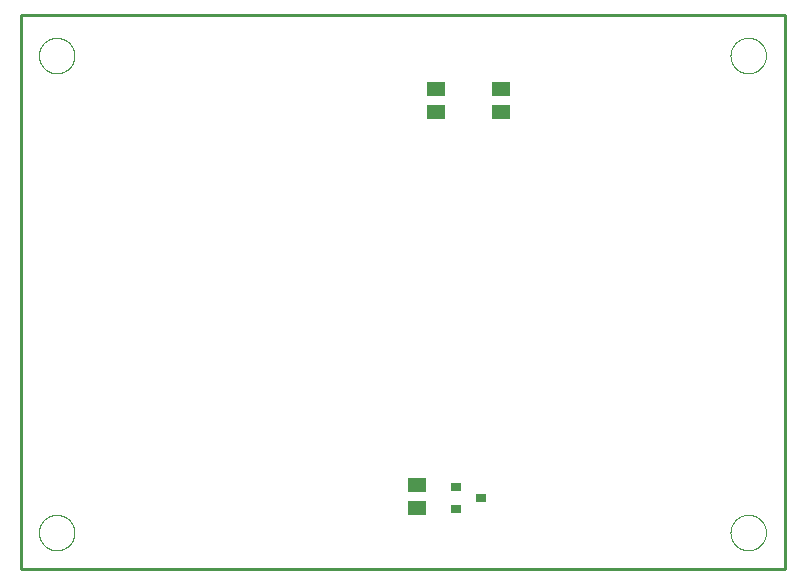
<source format=gtp>
G75*
%MOIN*%
%OFA0B0*%
%FSLAX25Y25*%
%IPPOS*%
%LPD*%
%AMOC8*
5,1,8,0,0,1.08239X$1,22.5*
%
%ADD10C,0.01000*%
%ADD11C,0.00000*%
%ADD12R,0.05906X0.05118*%
%ADD13R,0.03543X0.03150*%
D10*
X0072300Y0018800D02*
X0072300Y0203261D01*
X0327200Y0203261D01*
X0327200Y0018800D01*
X0072300Y0018800D01*
D11*
X0078394Y0030800D02*
X0078396Y0030953D01*
X0078402Y0031107D01*
X0078412Y0031260D01*
X0078426Y0031412D01*
X0078444Y0031565D01*
X0078466Y0031716D01*
X0078491Y0031867D01*
X0078521Y0032018D01*
X0078555Y0032168D01*
X0078592Y0032316D01*
X0078633Y0032464D01*
X0078678Y0032610D01*
X0078727Y0032756D01*
X0078780Y0032900D01*
X0078836Y0033042D01*
X0078896Y0033183D01*
X0078960Y0033323D01*
X0079027Y0033461D01*
X0079098Y0033597D01*
X0079173Y0033731D01*
X0079250Y0033863D01*
X0079332Y0033993D01*
X0079416Y0034121D01*
X0079504Y0034247D01*
X0079595Y0034370D01*
X0079689Y0034491D01*
X0079787Y0034609D01*
X0079887Y0034725D01*
X0079991Y0034838D01*
X0080097Y0034949D01*
X0080206Y0035057D01*
X0080318Y0035162D01*
X0080432Y0035263D01*
X0080550Y0035362D01*
X0080669Y0035458D01*
X0080791Y0035551D01*
X0080916Y0035640D01*
X0081043Y0035727D01*
X0081172Y0035809D01*
X0081303Y0035889D01*
X0081436Y0035965D01*
X0081571Y0036038D01*
X0081708Y0036107D01*
X0081847Y0036172D01*
X0081987Y0036234D01*
X0082129Y0036292D01*
X0082272Y0036347D01*
X0082417Y0036398D01*
X0082563Y0036445D01*
X0082710Y0036488D01*
X0082858Y0036527D01*
X0083007Y0036563D01*
X0083157Y0036594D01*
X0083308Y0036622D01*
X0083459Y0036646D01*
X0083612Y0036666D01*
X0083764Y0036682D01*
X0083917Y0036694D01*
X0084070Y0036702D01*
X0084223Y0036706D01*
X0084377Y0036706D01*
X0084530Y0036702D01*
X0084683Y0036694D01*
X0084836Y0036682D01*
X0084988Y0036666D01*
X0085141Y0036646D01*
X0085292Y0036622D01*
X0085443Y0036594D01*
X0085593Y0036563D01*
X0085742Y0036527D01*
X0085890Y0036488D01*
X0086037Y0036445D01*
X0086183Y0036398D01*
X0086328Y0036347D01*
X0086471Y0036292D01*
X0086613Y0036234D01*
X0086753Y0036172D01*
X0086892Y0036107D01*
X0087029Y0036038D01*
X0087164Y0035965D01*
X0087297Y0035889D01*
X0087428Y0035809D01*
X0087557Y0035727D01*
X0087684Y0035640D01*
X0087809Y0035551D01*
X0087931Y0035458D01*
X0088050Y0035362D01*
X0088168Y0035263D01*
X0088282Y0035162D01*
X0088394Y0035057D01*
X0088503Y0034949D01*
X0088609Y0034838D01*
X0088713Y0034725D01*
X0088813Y0034609D01*
X0088911Y0034491D01*
X0089005Y0034370D01*
X0089096Y0034247D01*
X0089184Y0034121D01*
X0089268Y0033993D01*
X0089350Y0033863D01*
X0089427Y0033731D01*
X0089502Y0033597D01*
X0089573Y0033461D01*
X0089640Y0033323D01*
X0089704Y0033183D01*
X0089764Y0033042D01*
X0089820Y0032900D01*
X0089873Y0032756D01*
X0089922Y0032610D01*
X0089967Y0032464D01*
X0090008Y0032316D01*
X0090045Y0032168D01*
X0090079Y0032018D01*
X0090109Y0031867D01*
X0090134Y0031716D01*
X0090156Y0031565D01*
X0090174Y0031412D01*
X0090188Y0031260D01*
X0090198Y0031107D01*
X0090204Y0030953D01*
X0090206Y0030800D01*
X0090204Y0030647D01*
X0090198Y0030493D01*
X0090188Y0030340D01*
X0090174Y0030188D01*
X0090156Y0030035D01*
X0090134Y0029884D01*
X0090109Y0029733D01*
X0090079Y0029582D01*
X0090045Y0029432D01*
X0090008Y0029284D01*
X0089967Y0029136D01*
X0089922Y0028990D01*
X0089873Y0028844D01*
X0089820Y0028700D01*
X0089764Y0028558D01*
X0089704Y0028417D01*
X0089640Y0028277D01*
X0089573Y0028139D01*
X0089502Y0028003D01*
X0089427Y0027869D01*
X0089350Y0027737D01*
X0089268Y0027607D01*
X0089184Y0027479D01*
X0089096Y0027353D01*
X0089005Y0027230D01*
X0088911Y0027109D01*
X0088813Y0026991D01*
X0088713Y0026875D01*
X0088609Y0026762D01*
X0088503Y0026651D01*
X0088394Y0026543D01*
X0088282Y0026438D01*
X0088168Y0026337D01*
X0088050Y0026238D01*
X0087931Y0026142D01*
X0087809Y0026049D01*
X0087684Y0025960D01*
X0087557Y0025873D01*
X0087428Y0025791D01*
X0087297Y0025711D01*
X0087164Y0025635D01*
X0087029Y0025562D01*
X0086892Y0025493D01*
X0086753Y0025428D01*
X0086613Y0025366D01*
X0086471Y0025308D01*
X0086328Y0025253D01*
X0086183Y0025202D01*
X0086037Y0025155D01*
X0085890Y0025112D01*
X0085742Y0025073D01*
X0085593Y0025037D01*
X0085443Y0025006D01*
X0085292Y0024978D01*
X0085141Y0024954D01*
X0084988Y0024934D01*
X0084836Y0024918D01*
X0084683Y0024906D01*
X0084530Y0024898D01*
X0084377Y0024894D01*
X0084223Y0024894D01*
X0084070Y0024898D01*
X0083917Y0024906D01*
X0083764Y0024918D01*
X0083612Y0024934D01*
X0083459Y0024954D01*
X0083308Y0024978D01*
X0083157Y0025006D01*
X0083007Y0025037D01*
X0082858Y0025073D01*
X0082710Y0025112D01*
X0082563Y0025155D01*
X0082417Y0025202D01*
X0082272Y0025253D01*
X0082129Y0025308D01*
X0081987Y0025366D01*
X0081847Y0025428D01*
X0081708Y0025493D01*
X0081571Y0025562D01*
X0081436Y0025635D01*
X0081303Y0025711D01*
X0081172Y0025791D01*
X0081043Y0025873D01*
X0080916Y0025960D01*
X0080791Y0026049D01*
X0080669Y0026142D01*
X0080550Y0026238D01*
X0080432Y0026337D01*
X0080318Y0026438D01*
X0080206Y0026543D01*
X0080097Y0026651D01*
X0079991Y0026762D01*
X0079887Y0026875D01*
X0079787Y0026991D01*
X0079689Y0027109D01*
X0079595Y0027230D01*
X0079504Y0027353D01*
X0079416Y0027479D01*
X0079332Y0027607D01*
X0079250Y0027737D01*
X0079173Y0027869D01*
X0079098Y0028003D01*
X0079027Y0028139D01*
X0078960Y0028277D01*
X0078896Y0028417D01*
X0078836Y0028558D01*
X0078780Y0028700D01*
X0078727Y0028844D01*
X0078678Y0028990D01*
X0078633Y0029136D01*
X0078592Y0029284D01*
X0078555Y0029432D01*
X0078521Y0029582D01*
X0078491Y0029733D01*
X0078466Y0029884D01*
X0078444Y0030035D01*
X0078426Y0030188D01*
X0078412Y0030340D01*
X0078402Y0030493D01*
X0078396Y0030647D01*
X0078394Y0030800D01*
X0308894Y0030800D02*
X0308896Y0030953D01*
X0308902Y0031107D01*
X0308912Y0031260D01*
X0308926Y0031412D01*
X0308944Y0031565D01*
X0308966Y0031716D01*
X0308991Y0031867D01*
X0309021Y0032018D01*
X0309055Y0032168D01*
X0309092Y0032316D01*
X0309133Y0032464D01*
X0309178Y0032610D01*
X0309227Y0032756D01*
X0309280Y0032900D01*
X0309336Y0033042D01*
X0309396Y0033183D01*
X0309460Y0033323D01*
X0309527Y0033461D01*
X0309598Y0033597D01*
X0309673Y0033731D01*
X0309750Y0033863D01*
X0309832Y0033993D01*
X0309916Y0034121D01*
X0310004Y0034247D01*
X0310095Y0034370D01*
X0310189Y0034491D01*
X0310287Y0034609D01*
X0310387Y0034725D01*
X0310491Y0034838D01*
X0310597Y0034949D01*
X0310706Y0035057D01*
X0310818Y0035162D01*
X0310932Y0035263D01*
X0311050Y0035362D01*
X0311169Y0035458D01*
X0311291Y0035551D01*
X0311416Y0035640D01*
X0311543Y0035727D01*
X0311672Y0035809D01*
X0311803Y0035889D01*
X0311936Y0035965D01*
X0312071Y0036038D01*
X0312208Y0036107D01*
X0312347Y0036172D01*
X0312487Y0036234D01*
X0312629Y0036292D01*
X0312772Y0036347D01*
X0312917Y0036398D01*
X0313063Y0036445D01*
X0313210Y0036488D01*
X0313358Y0036527D01*
X0313507Y0036563D01*
X0313657Y0036594D01*
X0313808Y0036622D01*
X0313959Y0036646D01*
X0314112Y0036666D01*
X0314264Y0036682D01*
X0314417Y0036694D01*
X0314570Y0036702D01*
X0314723Y0036706D01*
X0314877Y0036706D01*
X0315030Y0036702D01*
X0315183Y0036694D01*
X0315336Y0036682D01*
X0315488Y0036666D01*
X0315641Y0036646D01*
X0315792Y0036622D01*
X0315943Y0036594D01*
X0316093Y0036563D01*
X0316242Y0036527D01*
X0316390Y0036488D01*
X0316537Y0036445D01*
X0316683Y0036398D01*
X0316828Y0036347D01*
X0316971Y0036292D01*
X0317113Y0036234D01*
X0317253Y0036172D01*
X0317392Y0036107D01*
X0317529Y0036038D01*
X0317664Y0035965D01*
X0317797Y0035889D01*
X0317928Y0035809D01*
X0318057Y0035727D01*
X0318184Y0035640D01*
X0318309Y0035551D01*
X0318431Y0035458D01*
X0318550Y0035362D01*
X0318668Y0035263D01*
X0318782Y0035162D01*
X0318894Y0035057D01*
X0319003Y0034949D01*
X0319109Y0034838D01*
X0319213Y0034725D01*
X0319313Y0034609D01*
X0319411Y0034491D01*
X0319505Y0034370D01*
X0319596Y0034247D01*
X0319684Y0034121D01*
X0319768Y0033993D01*
X0319850Y0033863D01*
X0319927Y0033731D01*
X0320002Y0033597D01*
X0320073Y0033461D01*
X0320140Y0033323D01*
X0320204Y0033183D01*
X0320264Y0033042D01*
X0320320Y0032900D01*
X0320373Y0032756D01*
X0320422Y0032610D01*
X0320467Y0032464D01*
X0320508Y0032316D01*
X0320545Y0032168D01*
X0320579Y0032018D01*
X0320609Y0031867D01*
X0320634Y0031716D01*
X0320656Y0031565D01*
X0320674Y0031412D01*
X0320688Y0031260D01*
X0320698Y0031107D01*
X0320704Y0030953D01*
X0320706Y0030800D01*
X0320704Y0030647D01*
X0320698Y0030493D01*
X0320688Y0030340D01*
X0320674Y0030188D01*
X0320656Y0030035D01*
X0320634Y0029884D01*
X0320609Y0029733D01*
X0320579Y0029582D01*
X0320545Y0029432D01*
X0320508Y0029284D01*
X0320467Y0029136D01*
X0320422Y0028990D01*
X0320373Y0028844D01*
X0320320Y0028700D01*
X0320264Y0028558D01*
X0320204Y0028417D01*
X0320140Y0028277D01*
X0320073Y0028139D01*
X0320002Y0028003D01*
X0319927Y0027869D01*
X0319850Y0027737D01*
X0319768Y0027607D01*
X0319684Y0027479D01*
X0319596Y0027353D01*
X0319505Y0027230D01*
X0319411Y0027109D01*
X0319313Y0026991D01*
X0319213Y0026875D01*
X0319109Y0026762D01*
X0319003Y0026651D01*
X0318894Y0026543D01*
X0318782Y0026438D01*
X0318668Y0026337D01*
X0318550Y0026238D01*
X0318431Y0026142D01*
X0318309Y0026049D01*
X0318184Y0025960D01*
X0318057Y0025873D01*
X0317928Y0025791D01*
X0317797Y0025711D01*
X0317664Y0025635D01*
X0317529Y0025562D01*
X0317392Y0025493D01*
X0317253Y0025428D01*
X0317113Y0025366D01*
X0316971Y0025308D01*
X0316828Y0025253D01*
X0316683Y0025202D01*
X0316537Y0025155D01*
X0316390Y0025112D01*
X0316242Y0025073D01*
X0316093Y0025037D01*
X0315943Y0025006D01*
X0315792Y0024978D01*
X0315641Y0024954D01*
X0315488Y0024934D01*
X0315336Y0024918D01*
X0315183Y0024906D01*
X0315030Y0024898D01*
X0314877Y0024894D01*
X0314723Y0024894D01*
X0314570Y0024898D01*
X0314417Y0024906D01*
X0314264Y0024918D01*
X0314112Y0024934D01*
X0313959Y0024954D01*
X0313808Y0024978D01*
X0313657Y0025006D01*
X0313507Y0025037D01*
X0313358Y0025073D01*
X0313210Y0025112D01*
X0313063Y0025155D01*
X0312917Y0025202D01*
X0312772Y0025253D01*
X0312629Y0025308D01*
X0312487Y0025366D01*
X0312347Y0025428D01*
X0312208Y0025493D01*
X0312071Y0025562D01*
X0311936Y0025635D01*
X0311803Y0025711D01*
X0311672Y0025791D01*
X0311543Y0025873D01*
X0311416Y0025960D01*
X0311291Y0026049D01*
X0311169Y0026142D01*
X0311050Y0026238D01*
X0310932Y0026337D01*
X0310818Y0026438D01*
X0310706Y0026543D01*
X0310597Y0026651D01*
X0310491Y0026762D01*
X0310387Y0026875D01*
X0310287Y0026991D01*
X0310189Y0027109D01*
X0310095Y0027230D01*
X0310004Y0027353D01*
X0309916Y0027479D01*
X0309832Y0027607D01*
X0309750Y0027737D01*
X0309673Y0027869D01*
X0309598Y0028003D01*
X0309527Y0028139D01*
X0309460Y0028277D01*
X0309396Y0028417D01*
X0309336Y0028558D01*
X0309280Y0028700D01*
X0309227Y0028844D01*
X0309178Y0028990D01*
X0309133Y0029136D01*
X0309092Y0029284D01*
X0309055Y0029432D01*
X0309021Y0029582D01*
X0308991Y0029733D01*
X0308966Y0029884D01*
X0308944Y0030035D01*
X0308926Y0030188D01*
X0308912Y0030340D01*
X0308902Y0030493D01*
X0308896Y0030647D01*
X0308894Y0030800D01*
X0308894Y0189800D02*
X0308896Y0189953D01*
X0308902Y0190107D01*
X0308912Y0190260D01*
X0308926Y0190412D01*
X0308944Y0190565D01*
X0308966Y0190716D01*
X0308991Y0190867D01*
X0309021Y0191018D01*
X0309055Y0191168D01*
X0309092Y0191316D01*
X0309133Y0191464D01*
X0309178Y0191610D01*
X0309227Y0191756D01*
X0309280Y0191900D01*
X0309336Y0192042D01*
X0309396Y0192183D01*
X0309460Y0192323D01*
X0309527Y0192461D01*
X0309598Y0192597D01*
X0309673Y0192731D01*
X0309750Y0192863D01*
X0309832Y0192993D01*
X0309916Y0193121D01*
X0310004Y0193247D01*
X0310095Y0193370D01*
X0310189Y0193491D01*
X0310287Y0193609D01*
X0310387Y0193725D01*
X0310491Y0193838D01*
X0310597Y0193949D01*
X0310706Y0194057D01*
X0310818Y0194162D01*
X0310932Y0194263D01*
X0311050Y0194362D01*
X0311169Y0194458D01*
X0311291Y0194551D01*
X0311416Y0194640D01*
X0311543Y0194727D01*
X0311672Y0194809D01*
X0311803Y0194889D01*
X0311936Y0194965D01*
X0312071Y0195038D01*
X0312208Y0195107D01*
X0312347Y0195172D01*
X0312487Y0195234D01*
X0312629Y0195292D01*
X0312772Y0195347D01*
X0312917Y0195398D01*
X0313063Y0195445D01*
X0313210Y0195488D01*
X0313358Y0195527D01*
X0313507Y0195563D01*
X0313657Y0195594D01*
X0313808Y0195622D01*
X0313959Y0195646D01*
X0314112Y0195666D01*
X0314264Y0195682D01*
X0314417Y0195694D01*
X0314570Y0195702D01*
X0314723Y0195706D01*
X0314877Y0195706D01*
X0315030Y0195702D01*
X0315183Y0195694D01*
X0315336Y0195682D01*
X0315488Y0195666D01*
X0315641Y0195646D01*
X0315792Y0195622D01*
X0315943Y0195594D01*
X0316093Y0195563D01*
X0316242Y0195527D01*
X0316390Y0195488D01*
X0316537Y0195445D01*
X0316683Y0195398D01*
X0316828Y0195347D01*
X0316971Y0195292D01*
X0317113Y0195234D01*
X0317253Y0195172D01*
X0317392Y0195107D01*
X0317529Y0195038D01*
X0317664Y0194965D01*
X0317797Y0194889D01*
X0317928Y0194809D01*
X0318057Y0194727D01*
X0318184Y0194640D01*
X0318309Y0194551D01*
X0318431Y0194458D01*
X0318550Y0194362D01*
X0318668Y0194263D01*
X0318782Y0194162D01*
X0318894Y0194057D01*
X0319003Y0193949D01*
X0319109Y0193838D01*
X0319213Y0193725D01*
X0319313Y0193609D01*
X0319411Y0193491D01*
X0319505Y0193370D01*
X0319596Y0193247D01*
X0319684Y0193121D01*
X0319768Y0192993D01*
X0319850Y0192863D01*
X0319927Y0192731D01*
X0320002Y0192597D01*
X0320073Y0192461D01*
X0320140Y0192323D01*
X0320204Y0192183D01*
X0320264Y0192042D01*
X0320320Y0191900D01*
X0320373Y0191756D01*
X0320422Y0191610D01*
X0320467Y0191464D01*
X0320508Y0191316D01*
X0320545Y0191168D01*
X0320579Y0191018D01*
X0320609Y0190867D01*
X0320634Y0190716D01*
X0320656Y0190565D01*
X0320674Y0190412D01*
X0320688Y0190260D01*
X0320698Y0190107D01*
X0320704Y0189953D01*
X0320706Y0189800D01*
X0320704Y0189647D01*
X0320698Y0189493D01*
X0320688Y0189340D01*
X0320674Y0189188D01*
X0320656Y0189035D01*
X0320634Y0188884D01*
X0320609Y0188733D01*
X0320579Y0188582D01*
X0320545Y0188432D01*
X0320508Y0188284D01*
X0320467Y0188136D01*
X0320422Y0187990D01*
X0320373Y0187844D01*
X0320320Y0187700D01*
X0320264Y0187558D01*
X0320204Y0187417D01*
X0320140Y0187277D01*
X0320073Y0187139D01*
X0320002Y0187003D01*
X0319927Y0186869D01*
X0319850Y0186737D01*
X0319768Y0186607D01*
X0319684Y0186479D01*
X0319596Y0186353D01*
X0319505Y0186230D01*
X0319411Y0186109D01*
X0319313Y0185991D01*
X0319213Y0185875D01*
X0319109Y0185762D01*
X0319003Y0185651D01*
X0318894Y0185543D01*
X0318782Y0185438D01*
X0318668Y0185337D01*
X0318550Y0185238D01*
X0318431Y0185142D01*
X0318309Y0185049D01*
X0318184Y0184960D01*
X0318057Y0184873D01*
X0317928Y0184791D01*
X0317797Y0184711D01*
X0317664Y0184635D01*
X0317529Y0184562D01*
X0317392Y0184493D01*
X0317253Y0184428D01*
X0317113Y0184366D01*
X0316971Y0184308D01*
X0316828Y0184253D01*
X0316683Y0184202D01*
X0316537Y0184155D01*
X0316390Y0184112D01*
X0316242Y0184073D01*
X0316093Y0184037D01*
X0315943Y0184006D01*
X0315792Y0183978D01*
X0315641Y0183954D01*
X0315488Y0183934D01*
X0315336Y0183918D01*
X0315183Y0183906D01*
X0315030Y0183898D01*
X0314877Y0183894D01*
X0314723Y0183894D01*
X0314570Y0183898D01*
X0314417Y0183906D01*
X0314264Y0183918D01*
X0314112Y0183934D01*
X0313959Y0183954D01*
X0313808Y0183978D01*
X0313657Y0184006D01*
X0313507Y0184037D01*
X0313358Y0184073D01*
X0313210Y0184112D01*
X0313063Y0184155D01*
X0312917Y0184202D01*
X0312772Y0184253D01*
X0312629Y0184308D01*
X0312487Y0184366D01*
X0312347Y0184428D01*
X0312208Y0184493D01*
X0312071Y0184562D01*
X0311936Y0184635D01*
X0311803Y0184711D01*
X0311672Y0184791D01*
X0311543Y0184873D01*
X0311416Y0184960D01*
X0311291Y0185049D01*
X0311169Y0185142D01*
X0311050Y0185238D01*
X0310932Y0185337D01*
X0310818Y0185438D01*
X0310706Y0185543D01*
X0310597Y0185651D01*
X0310491Y0185762D01*
X0310387Y0185875D01*
X0310287Y0185991D01*
X0310189Y0186109D01*
X0310095Y0186230D01*
X0310004Y0186353D01*
X0309916Y0186479D01*
X0309832Y0186607D01*
X0309750Y0186737D01*
X0309673Y0186869D01*
X0309598Y0187003D01*
X0309527Y0187139D01*
X0309460Y0187277D01*
X0309396Y0187417D01*
X0309336Y0187558D01*
X0309280Y0187700D01*
X0309227Y0187844D01*
X0309178Y0187990D01*
X0309133Y0188136D01*
X0309092Y0188284D01*
X0309055Y0188432D01*
X0309021Y0188582D01*
X0308991Y0188733D01*
X0308966Y0188884D01*
X0308944Y0189035D01*
X0308926Y0189188D01*
X0308912Y0189340D01*
X0308902Y0189493D01*
X0308896Y0189647D01*
X0308894Y0189800D01*
X0078394Y0189800D02*
X0078396Y0189953D01*
X0078402Y0190107D01*
X0078412Y0190260D01*
X0078426Y0190412D01*
X0078444Y0190565D01*
X0078466Y0190716D01*
X0078491Y0190867D01*
X0078521Y0191018D01*
X0078555Y0191168D01*
X0078592Y0191316D01*
X0078633Y0191464D01*
X0078678Y0191610D01*
X0078727Y0191756D01*
X0078780Y0191900D01*
X0078836Y0192042D01*
X0078896Y0192183D01*
X0078960Y0192323D01*
X0079027Y0192461D01*
X0079098Y0192597D01*
X0079173Y0192731D01*
X0079250Y0192863D01*
X0079332Y0192993D01*
X0079416Y0193121D01*
X0079504Y0193247D01*
X0079595Y0193370D01*
X0079689Y0193491D01*
X0079787Y0193609D01*
X0079887Y0193725D01*
X0079991Y0193838D01*
X0080097Y0193949D01*
X0080206Y0194057D01*
X0080318Y0194162D01*
X0080432Y0194263D01*
X0080550Y0194362D01*
X0080669Y0194458D01*
X0080791Y0194551D01*
X0080916Y0194640D01*
X0081043Y0194727D01*
X0081172Y0194809D01*
X0081303Y0194889D01*
X0081436Y0194965D01*
X0081571Y0195038D01*
X0081708Y0195107D01*
X0081847Y0195172D01*
X0081987Y0195234D01*
X0082129Y0195292D01*
X0082272Y0195347D01*
X0082417Y0195398D01*
X0082563Y0195445D01*
X0082710Y0195488D01*
X0082858Y0195527D01*
X0083007Y0195563D01*
X0083157Y0195594D01*
X0083308Y0195622D01*
X0083459Y0195646D01*
X0083612Y0195666D01*
X0083764Y0195682D01*
X0083917Y0195694D01*
X0084070Y0195702D01*
X0084223Y0195706D01*
X0084377Y0195706D01*
X0084530Y0195702D01*
X0084683Y0195694D01*
X0084836Y0195682D01*
X0084988Y0195666D01*
X0085141Y0195646D01*
X0085292Y0195622D01*
X0085443Y0195594D01*
X0085593Y0195563D01*
X0085742Y0195527D01*
X0085890Y0195488D01*
X0086037Y0195445D01*
X0086183Y0195398D01*
X0086328Y0195347D01*
X0086471Y0195292D01*
X0086613Y0195234D01*
X0086753Y0195172D01*
X0086892Y0195107D01*
X0087029Y0195038D01*
X0087164Y0194965D01*
X0087297Y0194889D01*
X0087428Y0194809D01*
X0087557Y0194727D01*
X0087684Y0194640D01*
X0087809Y0194551D01*
X0087931Y0194458D01*
X0088050Y0194362D01*
X0088168Y0194263D01*
X0088282Y0194162D01*
X0088394Y0194057D01*
X0088503Y0193949D01*
X0088609Y0193838D01*
X0088713Y0193725D01*
X0088813Y0193609D01*
X0088911Y0193491D01*
X0089005Y0193370D01*
X0089096Y0193247D01*
X0089184Y0193121D01*
X0089268Y0192993D01*
X0089350Y0192863D01*
X0089427Y0192731D01*
X0089502Y0192597D01*
X0089573Y0192461D01*
X0089640Y0192323D01*
X0089704Y0192183D01*
X0089764Y0192042D01*
X0089820Y0191900D01*
X0089873Y0191756D01*
X0089922Y0191610D01*
X0089967Y0191464D01*
X0090008Y0191316D01*
X0090045Y0191168D01*
X0090079Y0191018D01*
X0090109Y0190867D01*
X0090134Y0190716D01*
X0090156Y0190565D01*
X0090174Y0190412D01*
X0090188Y0190260D01*
X0090198Y0190107D01*
X0090204Y0189953D01*
X0090206Y0189800D01*
X0090204Y0189647D01*
X0090198Y0189493D01*
X0090188Y0189340D01*
X0090174Y0189188D01*
X0090156Y0189035D01*
X0090134Y0188884D01*
X0090109Y0188733D01*
X0090079Y0188582D01*
X0090045Y0188432D01*
X0090008Y0188284D01*
X0089967Y0188136D01*
X0089922Y0187990D01*
X0089873Y0187844D01*
X0089820Y0187700D01*
X0089764Y0187558D01*
X0089704Y0187417D01*
X0089640Y0187277D01*
X0089573Y0187139D01*
X0089502Y0187003D01*
X0089427Y0186869D01*
X0089350Y0186737D01*
X0089268Y0186607D01*
X0089184Y0186479D01*
X0089096Y0186353D01*
X0089005Y0186230D01*
X0088911Y0186109D01*
X0088813Y0185991D01*
X0088713Y0185875D01*
X0088609Y0185762D01*
X0088503Y0185651D01*
X0088394Y0185543D01*
X0088282Y0185438D01*
X0088168Y0185337D01*
X0088050Y0185238D01*
X0087931Y0185142D01*
X0087809Y0185049D01*
X0087684Y0184960D01*
X0087557Y0184873D01*
X0087428Y0184791D01*
X0087297Y0184711D01*
X0087164Y0184635D01*
X0087029Y0184562D01*
X0086892Y0184493D01*
X0086753Y0184428D01*
X0086613Y0184366D01*
X0086471Y0184308D01*
X0086328Y0184253D01*
X0086183Y0184202D01*
X0086037Y0184155D01*
X0085890Y0184112D01*
X0085742Y0184073D01*
X0085593Y0184037D01*
X0085443Y0184006D01*
X0085292Y0183978D01*
X0085141Y0183954D01*
X0084988Y0183934D01*
X0084836Y0183918D01*
X0084683Y0183906D01*
X0084530Y0183898D01*
X0084377Y0183894D01*
X0084223Y0183894D01*
X0084070Y0183898D01*
X0083917Y0183906D01*
X0083764Y0183918D01*
X0083612Y0183934D01*
X0083459Y0183954D01*
X0083308Y0183978D01*
X0083157Y0184006D01*
X0083007Y0184037D01*
X0082858Y0184073D01*
X0082710Y0184112D01*
X0082563Y0184155D01*
X0082417Y0184202D01*
X0082272Y0184253D01*
X0082129Y0184308D01*
X0081987Y0184366D01*
X0081847Y0184428D01*
X0081708Y0184493D01*
X0081571Y0184562D01*
X0081436Y0184635D01*
X0081303Y0184711D01*
X0081172Y0184791D01*
X0081043Y0184873D01*
X0080916Y0184960D01*
X0080791Y0185049D01*
X0080669Y0185142D01*
X0080550Y0185238D01*
X0080432Y0185337D01*
X0080318Y0185438D01*
X0080206Y0185543D01*
X0080097Y0185651D01*
X0079991Y0185762D01*
X0079887Y0185875D01*
X0079787Y0185991D01*
X0079689Y0186109D01*
X0079595Y0186230D01*
X0079504Y0186353D01*
X0079416Y0186479D01*
X0079332Y0186607D01*
X0079250Y0186737D01*
X0079173Y0186869D01*
X0079098Y0187003D01*
X0079027Y0187139D01*
X0078960Y0187277D01*
X0078896Y0187417D01*
X0078836Y0187558D01*
X0078780Y0187700D01*
X0078727Y0187844D01*
X0078678Y0187990D01*
X0078633Y0188136D01*
X0078592Y0188284D01*
X0078555Y0188432D01*
X0078521Y0188582D01*
X0078491Y0188733D01*
X0078466Y0188884D01*
X0078444Y0189035D01*
X0078426Y0189188D01*
X0078412Y0189340D01*
X0078402Y0189493D01*
X0078396Y0189647D01*
X0078394Y0189800D01*
D12*
X0210800Y0178540D03*
X0210800Y0171060D03*
X0232300Y0171060D03*
X0232300Y0178540D03*
X0204300Y0046540D03*
X0204300Y0039060D03*
D13*
X0217363Y0038560D03*
X0225631Y0042300D03*
X0217363Y0046040D03*
M02*

</source>
